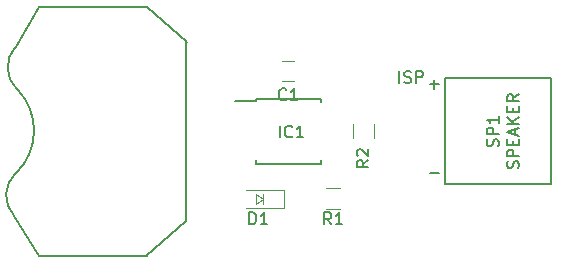
<source format=gto>
G04 #@! TF.FileFunction,Legend,Top*
%FSLAX46Y46*%
G04 Gerber Fmt 4.6, Leading zero omitted, Abs format (unit mm)*
G04 Created by KiCad (PCBNEW 4.0.6) date 03/14/19 11:47:22*
%MOMM*%
%LPD*%
G01*
G04 APERTURE LIST*
%ADD10C,0.100000*%
%ADD11C,0.120000*%
%ADD12C,0.150000*%
G04 APERTURE END LIST*
D10*
X161309000Y-85363000D02*
X161309000Y-84563000D01*
X161309000Y-84963000D02*
X160709000Y-85363000D01*
X160709000Y-84563000D02*
X161309000Y-84963000D01*
X160709000Y-85363000D02*
X160709000Y-84563000D01*
D11*
X159909000Y-84213000D02*
X163109000Y-84213000D01*
X163109000Y-85713000D02*
X159909000Y-85713000D01*
X163109000Y-85713000D02*
X163109000Y-84213000D01*
D12*
X140398500Y-72072500D02*
X142367000Y-68707000D01*
X140271500Y-86423500D02*
X142367000Y-89789000D01*
X140398500Y-72047100D02*
G75*
G03X140525500Y-75730100I1905000J-1778000D01*
G01*
X140398500Y-82753200D02*
G75*
G03X140271500Y-86436200I1778000J-1905000D01*
G01*
X140398500Y-82804000D02*
G75*
G03X140525500Y-75692000I-3492500J3619500D01*
G01*
X154813000Y-86868000D02*
X151447500Y-89789000D01*
X151511000Y-68707000D02*
X154876500Y-71691500D01*
X154813000Y-71628000D02*
X154813000Y-86868000D01*
X142367000Y-68707000D02*
X151511000Y-68707000D01*
X142367000Y-89789000D02*
X151511000Y-89789000D01*
X176729000Y-83748000D02*
X185729000Y-83748000D01*
X185729000Y-83748000D02*
X185729000Y-74748000D01*
X185729000Y-74748000D02*
X176729000Y-74748000D01*
X176729000Y-74748000D02*
X176729000Y-83748000D01*
X160699000Y-76493000D02*
X160699000Y-76698000D01*
X166199000Y-76493000D02*
X166199000Y-76793000D01*
X166199000Y-82003000D02*
X166199000Y-81703000D01*
X160699000Y-82003000D02*
X160699000Y-81703000D01*
X160699000Y-76493000D02*
X166199000Y-76493000D01*
X160699000Y-82003000D02*
X166199000Y-82003000D01*
X160699000Y-76698000D02*
X158949000Y-76698000D01*
D11*
X166659000Y-84083000D02*
X167859000Y-84083000D01*
X167859000Y-85843000D02*
X166659000Y-85843000D01*
X163949000Y-73318000D02*
X162949000Y-73318000D01*
X162949000Y-75018000D02*
X163949000Y-75018000D01*
X168919000Y-79848000D02*
X168919000Y-78648000D01*
X170679000Y-78648000D02*
X170679000Y-79848000D01*
D12*
X160170905Y-87115381D02*
X160170905Y-86115381D01*
X160409000Y-86115381D01*
X160551858Y-86163000D01*
X160647096Y-86258238D01*
X160694715Y-86353476D01*
X160742334Y-86543952D01*
X160742334Y-86686810D01*
X160694715Y-86877286D01*
X160647096Y-86972524D01*
X160551858Y-87067762D01*
X160409000Y-87115381D01*
X160170905Y-87115381D01*
X161694715Y-87115381D02*
X161123286Y-87115381D01*
X161409000Y-87115381D02*
X161409000Y-86115381D01*
X161313762Y-86258238D01*
X161218524Y-86353476D01*
X161123286Y-86401095D01*
X172862810Y-75160381D02*
X172862810Y-74160381D01*
X173291381Y-75112762D02*
X173434238Y-75160381D01*
X173672334Y-75160381D01*
X173767572Y-75112762D01*
X173815191Y-75065143D01*
X173862810Y-74969905D01*
X173862810Y-74874667D01*
X173815191Y-74779429D01*
X173767572Y-74731810D01*
X173672334Y-74684190D01*
X173481857Y-74636571D01*
X173386619Y-74588952D01*
X173339000Y-74541333D01*
X173291381Y-74446095D01*
X173291381Y-74350857D01*
X173339000Y-74255619D01*
X173386619Y-74208000D01*
X173481857Y-74160381D01*
X173719953Y-74160381D01*
X173862810Y-74208000D01*
X174291381Y-75160381D02*
X174291381Y-74160381D01*
X174672334Y-74160381D01*
X174767572Y-74208000D01*
X174815191Y-74255619D01*
X174862810Y-74350857D01*
X174862810Y-74493714D01*
X174815191Y-74588952D01*
X174767572Y-74636571D01*
X174672334Y-74684190D01*
X174291381Y-74684190D01*
X175458048Y-82779429D02*
X176219953Y-82779429D01*
X175458048Y-75279429D02*
X176219953Y-75279429D01*
X175839001Y-75660381D02*
X175839001Y-74898476D01*
X181233762Y-80509905D02*
X181281381Y-80367048D01*
X181281381Y-80128952D01*
X181233762Y-80033714D01*
X181186143Y-79986095D01*
X181090905Y-79938476D01*
X180995667Y-79938476D01*
X180900429Y-79986095D01*
X180852810Y-80033714D01*
X180805190Y-80128952D01*
X180757571Y-80319429D01*
X180709952Y-80414667D01*
X180662333Y-80462286D01*
X180567095Y-80509905D01*
X180471857Y-80509905D01*
X180376619Y-80462286D01*
X180329000Y-80414667D01*
X180281381Y-80319429D01*
X180281381Y-80081333D01*
X180329000Y-79938476D01*
X181281381Y-79509905D02*
X180281381Y-79509905D01*
X180281381Y-79128952D01*
X180329000Y-79033714D01*
X180376619Y-78986095D01*
X180471857Y-78938476D01*
X180614714Y-78938476D01*
X180709952Y-78986095D01*
X180757571Y-79033714D01*
X180805190Y-79128952D01*
X180805190Y-79509905D01*
X181281381Y-77986095D02*
X181281381Y-78557524D01*
X181281381Y-78271810D02*
X180281381Y-78271810D01*
X180424238Y-78367048D01*
X180519476Y-78462286D01*
X180567095Y-78557524D01*
X182933762Y-82367048D02*
X182981381Y-82224191D01*
X182981381Y-81986095D01*
X182933762Y-81890857D01*
X182886143Y-81843238D01*
X182790905Y-81795619D01*
X182695667Y-81795619D01*
X182600429Y-81843238D01*
X182552810Y-81890857D01*
X182505190Y-81986095D01*
X182457571Y-82176572D01*
X182409952Y-82271810D01*
X182362333Y-82319429D01*
X182267095Y-82367048D01*
X182171857Y-82367048D01*
X182076619Y-82319429D01*
X182029000Y-82271810D01*
X181981381Y-82176572D01*
X181981381Y-81938476D01*
X182029000Y-81795619D01*
X182981381Y-81367048D02*
X181981381Y-81367048D01*
X181981381Y-80986095D01*
X182029000Y-80890857D01*
X182076619Y-80843238D01*
X182171857Y-80795619D01*
X182314714Y-80795619D01*
X182409952Y-80843238D01*
X182457571Y-80890857D01*
X182505190Y-80986095D01*
X182505190Y-81367048D01*
X182457571Y-80367048D02*
X182457571Y-80033714D01*
X182981381Y-79890857D02*
X182981381Y-80367048D01*
X181981381Y-80367048D01*
X181981381Y-79890857D01*
X182695667Y-79509905D02*
X182695667Y-79033714D01*
X182981381Y-79605143D02*
X181981381Y-79271810D01*
X182981381Y-78938476D01*
X182981381Y-78605143D02*
X181981381Y-78605143D01*
X182981381Y-78033714D02*
X182409952Y-78462286D01*
X181981381Y-78033714D02*
X182552810Y-78605143D01*
X182457571Y-77605143D02*
X182457571Y-77271809D01*
X182981381Y-77128952D02*
X182981381Y-77605143D01*
X181981381Y-77605143D01*
X181981381Y-77128952D01*
X182981381Y-76128952D02*
X182505190Y-76462286D01*
X182981381Y-76700381D02*
X181981381Y-76700381D01*
X181981381Y-76319428D01*
X182029000Y-76224190D01*
X182076619Y-76176571D01*
X182171857Y-76128952D01*
X182314714Y-76128952D01*
X182409952Y-76176571D01*
X182457571Y-76224190D01*
X182505190Y-76319428D01*
X182505190Y-76700381D01*
X162737810Y-79760381D02*
X162737810Y-78760381D01*
X163785429Y-79665143D02*
X163737810Y-79712762D01*
X163594953Y-79760381D01*
X163499715Y-79760381D01*
X163356857Y-79712762D01*
X163261619Y-79617524D01*
X163214000Y-79522286D01*
X163166381Y-79331810D01*
X163166381Y-79188952D01*
X163214000Y-78998476D01*
X163261619Y-78903238D01*
X163356857Y-78808000D01*
X163499715Y-78760381D01*
X163594953Y-78760381D01*
X163737810Y-78808000D01*
X163785429Y-78855619D01*
X164737810Y-79760381D02*
X164166381Y-79760381D01*
X164452095Y-79760381D02*
X164452095Y-78760381D01*
X164356857Y-78903238D01*
X164261619Y-78998476D01*
X164166381Y-79046095D01*
X167092334Y-87115381D02*
X166759000Y-86639190D01*
X166520905Y-87115381D02*
X166520905Y-86115381D01*
X166901858Y-86115381D01*
X166997096Y-86163000D01*
X167044715Y-86210619D01*
X167092334Y-86305857D01*
X167092334Y-86448714D01*
X167044715Y-86543952D01*
X166997096Y-86591571D01*
X166901858Y-86639190D01*
X166520905Y-86639190D01*
X168044715Y-87115381D02*
X167473286Y-87115381D01*
X167759000Y-87115381D02*
X167759000Y-86115381D01*
X167663762Y-86258238D01*
X167568524Y-86353476D01*
X167473286Y-86401095D01*
X163282334Y-76525143D02*
X163234715Y-76572762D01*
X163091858Y-76620381D01*
X162996620Y-76620381D01*
X162853762Y-76572762D01*
X162758524Y-76477524D01*
X162710905Y-76382286D01*
X162663286Y-76191810D01*
X162663286Y-76048952D01*
X162710905Y-75858476D01*
X162758524Y-75763238D01*
X162853762Y-75668000D01*
X162996620Y-75620381D01*
X163091858Y-75620381D01*
X163234715Y-75668000D01*
X163282334Y-75715619D01*
X164234715Y-76620381D02*
X163663286Y-76620381D01*
X163949000Y-76620381D02*
X163949000Y-75620381D01*
X163853762Y-75763238D01*
X163758524Y-75858476D01*
X163663286Y-75906095D01*
X170251381Y-81700666D02*
X169775190Y-82034000D01*
X170251381Y-82272095D02*
X169251381Y-82272095D01*
X169251381Y-81891142D01*
X169299000Y-81795904D01*
X169346619Y-81748285D01*
X169441857Y-81700666D01*
X169584714Y-81700666D01*
X169679952Y-81748285D01*
X169727571Y-81795904D01*
X169775190Y-81891142D01*
X169775190Y-82272095D01*
X169346619Y-81319714D02*
X169299000Y-81272095D01*
X169251381Y-81176857D01*
X169251381Y-80938761D01*
X169299000Y-80843523D01*
X169346619Y-80795904D01*
X169441857Y-80748285D01*
X169537095Y-80748285D01*
X169679952Y-80795904D01*
X170251381Y-81367333D01*
X170251381Y-80748285D01*
M02*

</source>
